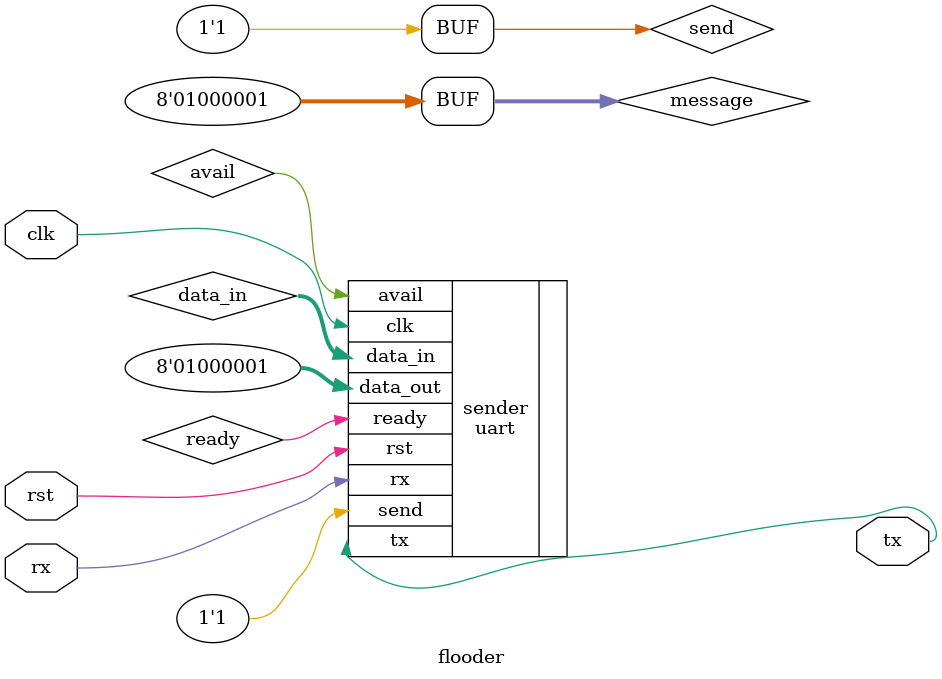
<source format=v>
`timescale 1ns/1ps
module flooder(input clk, input rst, input rx, output tx);

    wire[7:0] message;
    assign message = 8'd65;
    wire send;
    assign send = 1;
    wire ready, avail;
    wire[7:0] data_in;
    uart sender(.clk(clk), .rst(rst), .rx(rx), .tx(tx), .send(send), .ready(ready), .avail(avail), .data_in(data_in), .data_out(message));

endmodule
</source>
